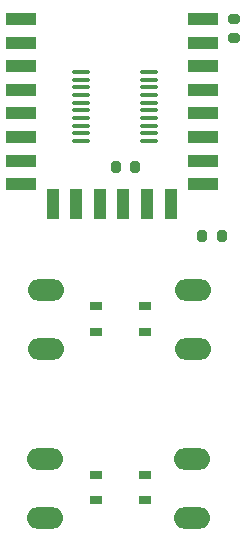
<source format=gbp>
G04 #@! TF.GenerationSoftware,KiCad,Pcbnew,7.0.7*
G04 #@! TF.CreationDate,2024-02-13T08:09:53-05:00*
G04 #@! TF.ProjectId,sensor_node,73656e73-6f72-45f6-9e6f-64652e6b6963,rev?*
G04 #@! TF.SameCoordinates,Original*
G04 #@! TF.FileFunction,Paste,Bot*
G04 #@! TF.FilePolarity,Positive*
%FSLAX46Y46*%
G04 Gerber Fmt 4.6, Leading zero omitted, Abs format (unit mm)*
G04 Created by KiCad (PCBNEW 7.0.7) date 2024-02-13 08:09:53*
%MOMM*%
%LPD*%
G01*
G04 APERTURE LIST*
G04 Aperture macros list*
%AMRoundRect*
0 Rectangle with rounded corners*
0 $1 Rounding radius*
0 $2 $3 $4 $5 $6 $7 $8 $9 X,Y pos of 4 corners*
0 Add a 4 corners polygon primitive as box body*
4,1,4,$2,$3,$4,$5,$6,$7,$8,$9,$2,$3,0*
0 Add four circle primitives for the rounded corners*
1,1,$1+$1,$2,$3*
1,1,$1+$1,$4,$5*
1,1,$1+$1,$6,$7*
1,1,$1+$1,$8,$9*
0 Add four rect primitives between the rounded corners*
20,1,$1+$1,$2,$3,$4,$5,0*
20,1,$1+$1,$4,$5,$6,$7,0*
20,1,$1+$1,$6,$7,$8,$9,0*
20,1,$1+$1,$8,$9,$2,$3,0*%
G04 Aperture macros list end*
%ADD10RoundRect,0.200000X0.275000X-0.200000X0.275000X0.200000X-0.275000X0.200000X-0.275000X-0.200000X0*%
%ADD11R,2.500000X1.100000*%
%ADD12R,1.100000X2.500000*%
%ADD13R,1.050000X0.650000*%
%ADD14RoundRect,0.200000X-0.200000X-0.275000X0.200000X-0.275000X0.200000X0.275000X-0.200000X0.275000X0*%
%ADD15RoundRect,0.200000X0.200000X0.275000X-0.200000X0.275000X-0.200000X-0.275000X0.200000X-0.275000X0*%
%ADD16RoundRect,0.100000X0.637500X0.100000X-0.637500X0.100000X-0.637500X-0.100000X0.637500X-0.100000X0*%
%ADD17O,3.048000X1.850000*%
G04 APERTURE END LIST*
D10*
X155200000Y-63425000D03*
X155200000Y-61775000D03*
D11*
X152500000Y-61800000D03*
X152500000Y-63800000D03*
X152500000Y-65800000D03*
X152500000Y-67800000D03*
X152500000Y-69800000D03*
X152500000Y-71800000D03*
X152500000Y-73800000D03*
X152500000Y-75800000D03*
X137100000Y-75800000D03*
X137100000Y-73800000D03*
X137100000Y-71800000D03*
X137100000Y-69800000D03*
X137100000Y-67800000D03*
X137100000Y-65800000D03*
X137100000Y-63800000D03*
X137100000Y-61800000D03*
D12*
X149810000Y-77500000D03*
X147810000Y-77500000D03*
X145810000Y-77500000D03*
X143810000Y-77500000D03*
X141810000Y-77500000D03*
X139810000Y-77500000D03*
D13*
X143515000Y-102550000D03*
X147665000Y-102550000D03*
X143515000Y-100400000D03*
X147665000Y-100400000D03*
D14*
X152475000Y-80200000D03*
X154125000Y-80200000D03*
D15*
X146825000Y-74300000D03*
X145175000Y-74300000D03*
D16*
X147962500Y-66275000D03*
X147962500Y-66925000D03*
X147962500Y-67575000D03*
X147962500Y-68225000D03*
X147962500Y-68875000D03*
X147962500Y-69525000D03*
X147962500Y-70175000D03*
X147962500Y-70825000D03*
X147962500Y-71475000D03*
X147962500Y-72125000D03*
X142237500Y-72125000D03*
X142237500Y-71475000D03*
X142237500Y-70825000D03*
X142237500Y-70175000D03*
X142237500Y-69525000D03*
X142237500Y-68875000D03*
X142237500Y-68225000D03*
X142237500Y-67575000D03*
X142237500Y-66925000D03*
X142237500Y-66275000D03*
D17*
X139212500Y-89737500D03*
X151712500Y-89737500D03*
X139212500Y-84737500D03*
X151712500Y-84737500D03*
D13*
X147600000Y-86125000D03*
X143450000Y-86125000D03*
X147600000Y-88275000D03*
X143450000Y-88275000D03*
D17*
X151637500Y-99062500D03*
X139137500Y-99062500D03*
X151637500Y-104062500D03*
X139137500Y-104062500D03*
M02*

</source>
